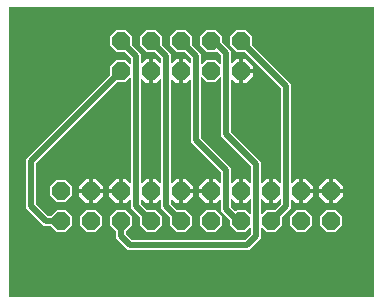
<source format=gbr>
G04 EAGLE Gerber RS-274X export*
G75*
%MOMM*%
%FSLAX34Y34*%
%LPD*%
%INBottom Copper*%
%IPPOS*%
%AMOC8*
5,1,8,0,0,1.08239X$1,22.5*%
G01*
%ADD10P,1.649562X8X202.500000*%
%ADD11C,0.508000*%

G36*
X302280Y-758D02*
X302280Y-758D01*
X302299Y-760D01*
X302401Y-738D01*
X302503Y-722D01*
X302520Y-712D01*
X302540Y-708D01*
X302629Y-655D01*
X302720Y-606D01*
X302734Y-592D01*
X302751Y-582D01*
X302818Y-503D01*
X302890Y-428D01*
X302898Y-410D01*
X302911Y-395D01*
X302950Y-299D01*
X302993Y-205D01*
X302995Y-185D01*
X303003Y-167D01*
X303021Y0D01*
X303021Y243840D01*
X303018Y243860D01*
X303020Y243879D01*
X302998Y243981D01*
X302982Y244083D01*
X302972Y244100D01*
X302968Y244120D01*
X302915Y244209D01*
X302866Y244300D01*
X302852Y244314D01*
X302842Y244331D01*
X302763Y244398D01*
X302688Y244470D01*
X302670Y244478D01*
X302655Y244491D01*
X302559Y244530D01*
X302465Y244573D01*
X302445Y244575D01*
X302427Y244583D01*
X302260Y244601D01*
X-5080Y244601D01*
X-5100Y244598D01*
X-5119Y244600D01*
X-5221Y244578D01*
X-5323Y244562D01*
X-5340Y244552D01*
X-5360Y244548D01*
X-5449Y244495D01*
X-5540Y244446D01*
X-5554Y244432D01*
X-5571Y244422D01*
X-5638Y244343D01*
X-5710Y244268D01*
X-5718Y244250D01*
X-5731Y244235D01*
X-5770Y244139D01*
X-5813Y244045D01*
X-5815Y244025D01*
X-5823Y244007D01*
X-5841Y243840D01*
X-5841Y0D01*
X-5838Y-20D01*
X-5840Y-39D01*
X-5818Y-141D01*
X-5802Y-243D01*
X-5792Y-260D01*
X-5788Y-280D01*
X-5735Y-369D01*
X-5686Y-460D01*
X-5672Y-474D01*
X-5662Y-491D01*
X-5583Y-558D01*
X-5508Y-630D01*
X-5490Y-638D01*
X-5475Y-651D01*
X-5379Y-690D01*
X-5285Y-733D01*
X-5265Y-735D01*
X-5247Y-743D01*
X-5080Y-761D01*
X302260Y-761D01*
X302280Y-758D01*
G37*
%LPC*%
G36*
X94836Y39115D02*
X94836Y39115D01*
X84835Y49116D01*
X84835Y54317D01*
X84821Y54407D01*
X84813Y54498D01*
X84801Y54528D01*
X84796Y54560D01*
X84753Y54640D01*
X84717Y54724D01*
X84691Y54756D01*
X84680Y54777D01*
X84657Y54799D01*
X84612Y54855D01*
X79755Y59712D01*
X79755Y67288D01*
X85112Y72645D01*
X92688Y72645D01*
X98045Y67288D01*
X98045Y59712D01*
X93188Y54855D01*
X93135Y54781D01*
X93075Y54712D01*
X93063Y54682D01*
X93044Y54655D01*
X93017Y54568D01*
X92983Y54484D01*
X92979Y54443D01*
X92972Y54420D01*
X92973Y54388D01*
X92965Y54317D01*
X92965Y52799D01*
X92979Y52709D01*
X92987Y52618D01*
X92999Y52588D01*
X93004Y52556D01*
X93047Y52476D01*
X93083Y52392D01*
X93109Y52360D01*
X93120Y52339D01*
X93143Y52317D01*
X93188Y52261D01*
X97981Y47468D01*
X98055Y47415D01*
X98124Y47355D01*
X98154Y47343D01*
X98180Y47324D01*
X98267Y47297D01*
X98352Y47263D01*
X98393Y47259D01*
X98416Y47252D01*
X98448Y47253D01*
X98519Y47245D01*
X193581Y47245D01*
X193671Y47259D01*
X193762Y47267D01*
X193792Y47279D01*
X193824Y47284D01*
X193904Y47327D01*
X193988Y47363D01*
X194020Y47389D01*
X194041Y47400D01*
X194063Y47423D01*
X194119Y47468D01*
X198912Y52261D01*
X198965Y52335D01*
X199025Y52404D01*
X199037Y52434D01*
X199056Y52460D01*
X199083Y52547D01*
X199117Y52632D01*
X199121Y52673D01*
X199128Y52696D01*
X199127Y52728D01*
X199135Y52799D01*
X199135Y57365D01*
X199124Y57436D01*
X199122Y57507D01*
X199104Y57556D01*
X199096Y57608D01*
X199062Y57671D01*
X199037Y57738D01*
X199005Y57779D01*
X198980Y57825D01*
X198928Y57874D01*
X198884Y57930D01*
X198840Y57959D01*
X198802Y57994D01*
X198737Y58025D01*
X198677Y58063D01*
X198626Y58076D01*
X198579Y58098D01*
X198508Y58106D01*
X198438Y58123D01*
X198386Y58119D01*
X198335Y58125D01*
X198264Y58110D01*
X198193Y58104D01*
X198145Y58084D01*
X198094Y58073D01*
X198033Y58036D01*
X197967Y58008D01*
X197911Y57963D01*
X197883Y57947D01*
X197868Y57929D01*
X197836Y57903D01*
X194288Y54355D01*
X186712Y54355D01*
X181355Y59712D01*
X181355Y64041D01*
X181341Y64131D01*
X181333Y64222D01*
X181321Y64252D01*
X181316Y64284D01*
X181273Y64364D01*
X181237Y64448D01*
X181211Y64480D01*
X181200Y64501D01*
X181177Y64523D01*
X181132Y64579D01*
X173735Y71976D01*
X173735Y81328D01*
X173724Y81399D01*
X173722Y81470D01*
X173704Y81519D01*
X173696Y81571D01*
X173662Y81634D01*
X173637Y81701D01*
X173605Y81742D01*
X173580Y81788D01*
X173528Y81838D01*
X173484Y81894D01*
X173440Y81922D01*
X173402Y81958D01*
X173337Y81988D01*
X173277Y82027D01*
X173226Y82039D01*
X173179Y82061D01*
X173108Y82069D01*
X173038Y82087D01*
X172986Y82083D01*
X172935Y82088D01*
X172864Y82073D01*
X172793Y82067D01*
X172745Y82047D01*
X172694Y82036D01*
X172633Y81999D01*
X172567Y81971D01*
X172511Y81926D01*
X172483Y81910D01*
X172468Y81892D01*
X172436Y81866D01*
X169309Y78739D01*
X166623Y78739D01*
X166623Y88138D01*
X166620Y88158D01*
X166622Y88177D01*
X166600Y88279D01*
X166583Y88381D01*
X166574Y88398D01*
X166570Y88418D01*
X166517Y88507D01*
X166468Y88598D01*
X166454Y88612D01*
X166444Y88629D01*
X166365Y88696D01*
X166290Y88767D01*
X166272Y88776D01*
X166257Y88789D01*
X166161Y88827D01*
X166067Y88871D01*
X166047Y88873D01*
X166029Y88881D01*
X165862Y88899D01*
X165099Y88899D01*
X165099Y88901D01*
X165862Y88901D01*
X165882Y88904D01*
X165901Y88902D01*
X166003Y88924D01*
X166105Y88941D01*
X166122Y88950D01*
X166142Y88954D01*
X166231Y89007D01*
X166322Y89056D01*
X166336Y89070D01*
X166353Y89080D01*
X166420Y89159D01*
X166491Y89234D01*
X166500Y89252D01*
X166513Y89267D01*
X166552Y89363D01*
X166595Y89457D01*
X166597Y89477D01*
X166605Y89495D01*
X166623Y89662D01*
X166623Y99061D01*
X169309Y99061D01*
X172436Y95934D01*
X172494Y95892D01*
X172546Y95842D01*
X172593Y95821D01*
X172635Y95790D01*
X172704Y95769D01*
X172769Y95739D01*
X172821Y95733D01*
X172871Y95718D01*
X172942Y95720D01*
X173013Y95712D01*
X173064Y95723D01*
X173116Y95724D01*
X173184Y95749D01*
X173254Y95764D01*
X173299Y95791D01*
X173347Y95809D01*
X173403Y95853D01*
X173465Y95890D01*
X173499Y95930D01*
X173539Y95962D01*
X173578Y96023D01*
X173625Y96077D01*
X173644Y96125D01*
X173672Y96169D01*
X173690Y96239D01*
X173717Y96305D01*
X173725Y96377D01*
X173733Y96408D01*
X173731Y96431D01*
X173735Y96472D01*
X173735Y104681D01*
X173721Y104771D01*
X173713Y104862D01*
X173701Y104892D01*
X173696Y104924D01*
X173653Y105004D01*
X173617Y105088D01*
X173591Y105120D01*
X173580Y105141D01*
X173557Y105163D01*
X173512Y105219D01*
X148335Y130396D01*
X148335Y182928D01*
X148324Y182999D01*
X148322Y183070D01*
X148304Y183119D01*
X148296Y183171D01*
X148262Y183234D01*
X148237Y183301D01*
X148205Y183342D01*
X148180Y183388D01*
X148128Y183438D01*
X148084Y183494D01*
X148040Y183522D01*
X148002Y183558D01*
X147937Y183588D01*
X147877Y183627D01*
X147826Y183639D01*
X147779Y183661D01*
X147708Y183669D01*
X147638Y183687D01*
X147586Y183683D01*
X147535Y183688D01*
X147464Y183673D01*
X147393Y183667D01*
X147345Y183647D01*
X147294Y183636D01*
X147233Y183599D01*
X147167Y183571D01*
X147111Y183526D01*
X147083Y183510D01*
X147068Y183492D01*
X147036Y183466D01*
X143909Y180339D01*
X141223Y180339D01*
X141223Y189738D01*
X141220Y189758D01*
X141222Y189777D01*
X141200Y189879D01*
X141183Y189981D01*
X141174Y189998D01*
X141170Y190018D01*
X141117Y190107D01*
X141068Y190198D01*
X141054Y190212D01*
X141044Y190229D01*
X140965Y190296D01*
X140890Y190367D01*
X140872Y190376D01*
X140857Y190389D01*
X140761Y190427D01*
X140667Y190471D01*
X140647Y190473D01*
X140629Y190481D01*
X140462Y190499D01*
X138938Y190499D01*
X138918Y190496D01*
X138899Y190498D01*
X138797Y190476D01*
X138695Y190459D01*
X138678Y190450D01*
X138658Y190446D01*
X138569Y190393D01*
X138478Y190344D01*
X138464Y190330D01*
X138447Y190320D01*
X138380Y190241D01*
X138309Y190166D01*
X138300Y190148D01*
X138287Y190133D01*
X138248Y190037D01*
X138205Y189943D01*
X138203Y189923D01*
X138195Y189905D01*
X138177Y189738D01*
X138177Y180339D01*
X135491Y180339D01*
X132364Y183466D01*
X132306Y183508D01*
X132254Y183558D01*
X132207Y183579D01*
X132165Y183610D01*
X132096Y183631D01*
X132031Y183661D01*
X131979Y183667D01*
X131929Y183682D01*
X131858Y183680D01*
X131787Y183688D01*
X131736Y183677D01*
X131684Y183676D01*
X131616Y183651D01*
X131546Y183636D01*
X131501Y183609D01*
X131453Y183591D01*
X131397Y183547D01*
X131335Y183510D01*
X131301Y183470D01*
X131261Y183438D01*
X131222Y183377D01*
X131175Y183323D01*
X131156Y183275D01*
X131128Y183231D01*
X131110Y183161D01*
X131083Y183095D01*
X131075Y183023D01*
X131067Y182992D01*
X131069Y182969D01*
X131065Y182928D01*
X131065Y96472D01*
X131076Y96401D01*
X131078Y96330D01*
X131096Y96281D01*
X131104Y96229D01*
X131138Y96166D01*
X131163Y96099D01*
X131195Y96058D01*
X131220Y96012D01*
X131272Y95962D01*
X131316Y95906D01*
X131360Y95878D01*
X131398Y95842D01*
X131463Y95812D01*
X131523Y95773D01*
X131574Y95761D01*
X131621Y95739D01*
X131692Y95731D01*
X131762Y95713D01*
X131814Y95717D01*
X131865Y95712D01*
X131936Y95727D01*
X132007Y95733D01*
X132055Y95753D01*
X132106Y95764D01*
X132167Y95801D01*
X132233Y95829D01*
X132289Y95874D01*
X132317Y95890D01*
X132332Y95908D01*
X132364Y95934D01*
X135491Y99061D01*
X138177Y99061D01*
X138177Y89662D01*
X138180Y89642D01*
X138178Y89623D01*
X138200Y89521D01*
X138217Y89419D01*
X138226Y89402D01*
X138230Y89382D01*
X138283Y89293D01*
X138332Y89202D01*
X138346Y89188D01*
X138356Y89171D01*
X138435Y89104D01*
X138510Y89033D01*
X138528Y89024D01*
X138543Y89011D01*
X138639Y88973D01*
X138733Y88929D01*
X138753Y88927D01*
X138771Y88919D01*
X138938Y88901D01*
X139701Y88901D01*
X139701Y88899D01*
X138938Y88899D01*
X138918Y88896D01*
X138899Y88898D01*
X138797Y88876D01*
X138695Y88859D01*
X138678Y88850D01*
X138658Y88846D01*
X138569Y88793D01*
X138478Y88744D01*
X138464Y88730D01*
X138447Y88720D01*
X138380Y88641D01*
X138309Y88566D01*
X138300Y88548D01*
X138287Y88533D01*
X138248Y88437D01*
X138205Y88343D01*
X138203Y88323D01*
X138195Y88305D01*
X138177Y88138D01*
X138177Y78739D01*
X135491Y78739D01*
X132364Y81866D01*
X132306Y81908D01*
X132254Y81958D01*
X132207Y81979D01*
X132165Y82010D01*
X132096Y82031D01*
X132031Y82061D01*
X131979Y82067D01*
X131929Y82082D01*
X131858Y82080D01*
X131787Y82088D01*
X131736Y82077D01*
X131684Y82076D01*
X131616Y82051D01*
X131546Y82036D01*
X131501Y82009D01*
X131453Y81991D01*
X131397Y81947D01*
X131335Y81910D01*
X131301Y81870D01*
X131261Y81838D01*
X131222Y81777D01*
X131175Y81723D01*
X131156Y81675D01*
X131128Y81631D01*
X131110Y81561D01*
X131083Y81495D01*
X131075Y81423D01*
X131067Y81392D01*
X131069Y81369D01*
X131065Y81328D01*
X131065Y78199D01*
X131079Y78109D01*
X131087Y78018D01*
X131099Y77988D01*
X131104Y77956D01*
X131147Y77876D01*
X131183Y77792D01*
X131209Y77760D01*
X131220Y77739D01*
X131243Y77717D01*
X131288Y77661D01*
X136081Y72868D01*
X136155Y72815D01*
X136224Y72755D01*
X136254Y72743D01*
X136280Y72724D01*
X136367Y72697D01*
X136452Y72663D01*
X136493Y72659D01*
X136516Y72652D01*
X136548Y72653D01*
X136619Y72645D01*
X143488Y72645D01*
X148845Y67288D01*
X148845Y59712D01*
X143488Y54355D01*
X135912Y54355D01*
X130555Y59712D01*
X130555Y66581D01*
X130541Y66671D01*
X130533Y66762D01*
X130521Y66792D01*
X130516Y66824D01*
X130473Y66904D01*
X130437Y66988D01*
X130411Y67020D01*
X130400Y67041D01*
X130377Y67063D01*
X130332Y67119D01*
X122935Y74516D01*
X122935Y81328D01*
X122924Y81399D01*
X122922Y81470D01*
X122904Y81519D01*
X122896Y81571D01*
X122862Y81634D01*
X122837Y81701D01*
X122805Y81742D01*
X122780Y81788D01*
X122728Y81838D01*
X122684Y81894D01*
X122640Y81922D01*
X122602Y81958D01*
X122537Y81988D01*
X122477Y82027D01*
X122426Y82039D01*
X122379Y82061D01*
X122308Y82069D01*
X122238Y82087D01*
X122186Y82083D01*
X122135Y82088D01*
X122064Y82073D01*
X121993Y82067D01*
X121945Y82047D01*
X121894Y82036D01*
X121833Y81999D01*
X121767Y81971D01*
X121711Y81926D01*
X121683Y81910D01*
X121668Y81892D01*
X121636Y81866D01*
X118509Y78739D01*
X115823Y78739D01*
X115823Y88138D01*
X115820Y88158D01*
X115822Y88177D01*
X115800Y88279D01*
X115783Y88381D01*
X115774Y88398D01*
X115770Y88418D01*
X115717Y88507D01*
X115668Y88598D01*
X115654Y88612D01*
X115644Y88629D01*
X115565Y88696D01*
X115490Y88767D01*
X115472Y88776D01*
X115457Y88789D01*
X115361Y88827D01*
X115267Y88871D01*
X115247Y88873D01*
X115229Y88881D01*
X115062Y88899D01*
X113538Y88899D01*
X113518Y88896D01*
X113499Y88898D01*
X113397Y88876D01*
X113295Y88859D01*
X113278Y88850D01*
X113258Y88846D01*
X113169Y88793D01*
X113078Y88744D01*
X113064Y88730D01*
X113047Y88720D01*
X112980Y88641D01*
X112909Y88566D01*
X112900Y88548D01*
X112887Y88533D01*
X112848Y88437D01*
X112805Y88343D01*
X112803Y88323D01*
X112795Y88305D01*
X112777Y88138D01*
X112777Y78739D01*
X110091Y78739D01*
X106964Y81866D01*
X106906Y81908D01*
X106854Y81958D01*
X106807Y81979D01*
X106765Y82010D01*
X106696Y82031D01*
X106631Y82061D01*
X106579Y82067D01*
X106529Y82082D01*
X106458Y82080D01*
X106387Y82088D01*
X106336Y82077D01*
X106284Y82076D01*
X106216Y82051D01*
X106146Y82036D01*
X106101Y82009D01*
X106053Y81991D01*
X105997Y81947D01*
X105935Y81910D01*
X105901Y81870D01*
X105861Y81838D01*
X105822Y81777D01*
X105775Y81723D01*
X105756Y81675D01*
X105728Y81631D01*
X105710Y81561D01*
X105683Y81495D01*
X105675Y81423D01*
X105667Y81392D01*
X105669Y81369D01*
X105665Y81328D01*
X105665Y78199D01*
X105679Y78109D01*
X105687Y78018D01*
X105699Y77988D01*
X105704Y77956D01*
X105747Y77876D01*
X105783Y77792D01*
X105809Y77760D01*
X105820Y77739D01*
X105843Y77717D01*
X105888Y77661D01*
X110681Y72868D01*
X110755Y72815D01*
X110824Y72755D01*
X110854Y72743D01*
X110880Y72724D01*
X110967Y72697D01*
X111052Y72663D01*
X111093Y72659D01*
X111115Y72652D01*
X111148Y72653D01*
X111219Y72645D01*
X118088Y72645D01*
X123445Y67288D01*
X123445Y59712D01*
X118088Y54355D01*
X110512Y54355D01*
X105155Y59712D01*
X105155Y66581D01*
X105141Y66671D01*
X105133Y66762D01*
X105121Y66792D01*
X105116Y66824D01*
X105073Y66904D01*
X105037Y66988D01*
X105011Y67020D01*
X105000Y67041D01*
X104977Y67063D01*
X104932Y67119D01*
X100139Y71912D01*
X97535Y74516D01*
X97535Y81328D01*
X97524Y81399D01*
X97522Y81470D01*
X97504Y81519D01*
X97496Y81571D01*
X97462Y81634D01*
X97437Y81701D01*
X97405Y81742D01*
X97380Y81788D01*
X97328Y81838D01*
X97284Y81894D01*
X97240Y81922D01*
X97202Y81958D01*
X97137Y81988D01*
X97077Y82027D01*
X97026Y82039D01*
X96979Y82061D01*
X96908Y82069D01*
X96838Y82087D01*
X96786Y82083D01*
X96735Y82088D01*
X96664Y82073D01*
X96593Y82067D01*
X96545Y82047D01*
X96494Y82036D01*
X96433Y81999D01*
X96367Y81971D01*
X96311Y81926D01*
X96283Y81910D01*
X96268Y81892D01*
X96236Y81866D01*
X93109Y78739D01*
X90423Y78739D01*
X90423Y88138D01*
X90420Y88158D01*
X90422Y88177D01*
X90400Y88279D01*
X90383Y88381D01*
X90374Y88398D01*
X90370Y88418D01*
X90317Y88507D01*
X90268Y88598D01*
X90254Y88612D01*
X90244Y88629D01*
X90165Y88696D01*
X90090Y88767D01*
X90072Y88776D01*
X90057Y88789D01*
X89961Y88827D01*
X89867Y88871D01*
X89847Y88873D01*
X89829Y88881D01*
X89662Y88899D01*
X88899Y88899D01*
X88899Y88901D01*
X89662Y88901D01*
X89682Y88904D01*
X89701Y88902D01*
X89803Y88924D01*
X89905Y88941D01*
X89922Y88950D01*
X89942Y88954D01*
X90031Y89007D01*
X90122Y89056D01*
X90136Y89070D01*
X90153Y89080D01*
X90220Y89159D01*
X90291Y89234D01*
X90300Y89252D01*
X90313Y89267D01*
X90352Y89363D01*
X90395Y89457D01*
X90397Y89477D01*
X90405Y89495D01*
X90423Y89662D01*
X90423Y99061D01*
X93109Y99061D01*
X96236Y95934D01*
X96294Y95892D01*
X96346Y95842D01*
X96393Y95821D01*
X96435Y95790D01*
X96504Y95769D01*
X96569Y95739D01*
X96621Y95733D01*
X96671Y95718D01*
X96742Y95720D01*
X96813Y95712D01*
X96864Y95723D01*
X96916Y95724D01*
X96984Y95749D01*
X97054Y95764D01*
X97099Y95791D01*
X97147Y95809D01*
X97203Y95853D01*
X97265Y95890D01*
X97299Y95930D01*
X97339Y95962D01*
X97378Y96023D01*
X97425Y96077D01*
X97444Y96125D01*
X97472Y96169D01*
X97490Y96239D01*
X97517Y96305D01*
X97525Y96377D01*
X97533Y96408D01*
X97531Y96431D01*
X97535Y96472D01*
X97535Y184365D01*
X97524Y184436D01*
X97522Y184507D01*
X97504Y184556D01*
X97496Y184608D01*
X97462Y184671D01*
X97437Y184738D01*
X97405Y184779D01*
X97380Y184825D01*
X97328Y184874D01*
X97284Y184930D01*
X97240Y184959D01*
X97202Y184994D01*
X97137Y185025D01*
X97077Y185063D01*
X97026Y185076D01*
X96979Y185098D01*
X96908Y185106D01*
X96838Y185123D01*
X96786Y185119D01*
X96735Y185125D01*
X96664Y185110D01*
X96593Y185104D01*
X96545Y185084D01*
X96494Y185073D01*
X96433Y185036D01*
X96367Y185008D01*
X96311Y184963D01*
X96283Y184947D01*
X96268Y184929D01*
X96236Y184903D01*
X92688Y181355D01*
X85819Y181355D01*
X85729Y181341D01*
X85638Y181333D01*
X85608Y181321D01*
X85576Y181316D01*
X85496Y181273D01*
X85412Y181237D01*
X85380Y181211D01*
X85359Y181200D01*
X85337Y181177D01*
X85281Y181132D01*
X16988Y112839D01*
X16935Y112765D01*
X16875Y112696D01*
X16863Y112666D01*
X16844Y112640D01*
X16817Y112553D01*
X16783Y112468D01*
X16779Y112427D01*
X16772Y112404D01*
X16773Y112372D01*
X16765Y112301D01*
X16765Y78199D01*
X16779Y78109D01*
X16787Y78018D01*
X16799Y77988D01*
X16804Y77956D01*
X16847Y77876D01*
X16883Y77792D01*
X16909Y77760D01*
X16920Y77739D01*
X16943Y77717D01*
X16988Y77661D01*
X26861Y67788D01*
X26935Y67735D01*
X27004Y67675D01*
X27034Y67663D01*
X27060Y67644D01*
X27147Y67617D01*
X27232Y67583D01*
X27273Y67579D01*
X27296Y67572D01*
X27328Y67573D01*
X27399Y67565D01*
X28917Y67565D01*
X29007Y67579D01*
X29098Y67587D01*
X29128Y67599D01*
X29160Y67604D01*
X29240Y67647D01*
X29324Y67683D01*
X29356Y67709D01*
X29377Y67720D01*
X29399Y67743D01*
X29455Y67788D01*
X34312Y72645D01*
X41888Y72645D01*
X47245Y67288D01*
X47245Y59712D01*
X41888Y54355D01*
X34312Y54355D01*
X29455Y59212D01*
X29381Y59265D01*
X29312Y59325D01*
X29282Y59337D01*
X29255Y59356D01*
X29168Y59383D01*
X29084Y59417D01*
X29043Y59421D01*
X29020Y59428D01*
X28988Y59427D01*
X28917Y59435D01*
X23716Y59435D01*
X8635Y74516D01*
X8635Y115984D01*
X11239Y118588D01*
X79532Y186881D01*
X79585Y186955D01*
X79645Y187024D01*
X79657Y187054D01*
X79676Y187080D01*
X79703Y187167D01*
X79737Y187252D01*
X79741Y187293D01*
X79748Y187315D01*
X79747Y187348D01*
X79755Y187419D01*
X79755Y194288D01*
X85112Y199645D01*
X92688Y199645D01*
X96236Y196097D01*
X96294Y196055D01*
X96346Y196006D01*
X96393Y195984D01*
X96435Y195953D01*
X96504Y195932D01*
X96569Y195902D01*
X96621Y195896D01*
X96671Y195881D01*
X96742Y195883D01*
X96813Y195875D01*
X96864Y195886D01*
X96916Y195887D01*
X96984Y195912D01*
X97054Y195927D01*
X97099Y195954D01*
X97147Y195972D01*
X97203Y196017D01*
X97265Y196053D01*
X97299Y196093D01*
X97339Y196125D01*
X97378Y196186D01*
X97425Y196240D01*
X97444Y196289D01*
X97472Y196332D01*
X97490Y196402D01*
X97517Y196468D01*
X97525Y196540D01*
X97533Y196571D01*
X97531Y196594D01*
X97535Y196635D01*
X97535Y201201D01*
X97521Y201291D01*
X97513Y201382D01*
X97501Y201412D01*
X97496Y201444D01*
X97453Y201524D01*
X97417Y201608D01*
X97391Y201640D01*
X97380Y201661D01*
X97357Y201683D01*
X97312Y201739D01*
X92519Y206532D01*
X92445Y206585D01*
X92376Y206645D01*
X92346Y206657D01*
X92320Y206676D01*
X92233Y206703D01*
X92148Y206737D01*
X92107Y206741D01*
X92084Y206748D01*
X92052Y206747D01*
X91981Y206755D01*
X85112Y206755D01*
X79755Y212112D01*
X79755Y219688D01*
X85112Y225045D01*
X92688Y225045D01*
X98045Y219688D01*
X98045Y212819D01*
X98059Y212729D01*
X98067Y212638D01*
X98079Y212608D01*
X98084Y212576D01*
X98127Y212496D01*
X98163Y212412D01*
X98189Y212380D01*
X98200Y212359D01*
X98223Y212337D01*
X98268Y212281D01*
X105665Y204884D01*
X105665Y198072D01*
X105676Y198001D01*
X105678Y197930D01*
X105696Y197881D01*
X105704Y197829D01*
X105738Y197766D01*
X105763Y197699D01*
X105795Y197658D01*
X105820Y197612D01*
X105872Y197562D01*
X105916Y197506D01*
X105960Y197478D01*
X105998Y197442D01*
X106063Y197412D01*
X106123Y197373D01*
X106174Y197361D01*
X106221Y197339D01*
X106292Y197331D01*
X106362Y197313D01*
X106414Y197317D01*
X106465Y197312D01*
X106536Y197327D01*
X106607Y197333D01*
X106655Y197353D01*
X106706Y197364D01*
X106767Y197401D01*
X106833Y197429D01*
X106889Y197474D01*
X106917Y197490D01*
X106932Y197508D01*
X106964Y197534D01*
X110091Y200661D01*
X112777Y200661D01*
X112777Y191262D01*
X112780Y191242D01*
X112778Y191223D01*
X112800Y191121D01*
X112817Y191019D01*
X112826Y191002D01*
X112830Y190982D01*
X112883Y190893D01*
X112932Y190802D01*
X112946Y190788D01*
X112956Y190771D01*
X113035Y190704D01*
X113110Y190633D01*
X113128Y190624D01*
X113143Y190611D01*
X113239Y190573D01*
X113333Y190529D01*
X113353Y190527D01*
X113371Y190519D01*
X113538Y190501D01*
X115062Y190501D01*
X115082Y190504D01*
X115101Y190502D01*
X115203Y190524D01*
X115305Y190541D01*
X115322Y190550D01*
X115342Y190554D01*
X115431Y190607D01*
X115522Y190656D01*
X115536Y190670D01*
X115553Y190680D01*
X115620Y190759D01*
X115691Y190834D01*
X115700Y190852D01*
X115713Y190867D01*
X115752Y190963D01*
X115795Y191057D01*
X115797Y191077D01*
X115805Y191095D01*
X115823Y191262D01*
X115823Y200661D01*
X118509Y200661D01*
X121636Y197534D01*
X121694Y197492D01*
X121746Y197442D01*
X121793Y197421D01*
X121835Y197390D01*
X121904Y197369D01*
X121969Y197339D01*
X122021Y197333D01*
X122071Y197318D01*
X122142Y197320D01*
X122213Y197312D01*
X122264Y197323D01*
X122316Y197324D01*
X122384Y197349D01*
X122454Y197364D01*
X122499Y197391D01*
X122547Y197409D01*
X122603Y197453D01*
X122665Y197490D01*
X122699Y197530D01*
X122739Y197562D01*
X122778Y197623D01*
X122825Y197677D01*
X122844Y197725D01*
X122872Y197769D01*
X122890Y197839D01*
X122917Y197905D01*
X122925Y197977D01*
X122933Y198008D01*
X122931Y198031D01*
X122935Y198072D01*
X122935Y201201D01*
X122921Y201291D01*
X122913Y201382D01*
X122901Y201412D01*
X122896Y201444D01*
X122853Y201524D01*
X122817Y201608D01*
X122791Y201640D01*
X122780Y201661D01*
X122757Y201683D01*
X122712Y201739D01*
X117919Y206532D01*
X117845Y206585D01*
X117776Y206645D01*
X117746Y206657D01*
X117720Y206676D01*
X117633Y206703D01*
X117548Y206737D01*
X117507Y206741D01*
X117484Y206748D01*
X117452Y206747D01*
X117381Y206755D01*
X110512Y206755D01*
X105155Y212112D01*
X105155Y219688D01*
X110512Y225045D01*
X118088Y225045D01*
X123445Y219688D01*
X123445Y212819D01*
X123459Y212729D01*
X123467Y212638D01*
X123479Y212608D01*
X123484Y212576D01*
X123527Y212496D01*
X123563Y212412D01*
X123589Y212380D01*
X123600Y212359D01*
X123623Y212337D01*
X123668Y212281D01*
X131065Y204884D01*
X131065Y198072D01*
X131076Y198001D01*
X131078Y197930D01*
X131096Y197881D01*
X131104Y197829D01*
X131138Y197766D01*
X131163Y197699D01*
X131195Y197658D01*
X131220Y197612D01*
X131272Y197562D01*
X131316Y197506D01*
X131360Y197478D01*
X131398Y197442D01*
X131463Y197412D01*
X131523Y197373D01*
X131574Y197361D01*
X131621Y197339D01*
X131692Y197331D01*
X131762Y197313D01*
X131814Y197317D01*
X131865Y197312D01*
X131936Y197327D01*
X132007Y197333D01*
X132055Y197353D01*
X132106Y197364D01*
X132167Y197401D01*
X132233Y197429D01*
X132289Y197474D01*
X132317Y197490D01*
X132332Y197508D01*
X132364Y197534D01*
X135491Y200661D01*
X138177Y200661D01*
X138177Y191262D01*
X138180Y191242D01*
X138178Y191223D01*
X138200Y191121D01*
X138217Y191019D01*
X138226Y191002D01*
X138230Y190982D01*
X138283Y190893D01*
X138332Y190802D01*
X138346Y190788D01*
X138356Y190771D01*
X138435Y190704D01*
X138510Y190633D01*
X138528Y190624D01*
X138543Y190611D01*
X138639Y190573D01*
X138733Y190529D01*
X138753Y190527D01*
X138771Y190519D01*
X138938Y190501D01*
X140462Y190501D01*
X140482Y190504D01*
X140501Y190502D01*
X140603Y190524D01*
X140705Y190541D01*
X140722Y190550D01*
X140742Y190554D01*
X140831Y190607D01*
X140922Y190656D01*
X140936Y190670D01*
X140953Y190680D01*
X141020Y190759D01*
X141091Y190834D01*
X141100Y190852D01*
X141113Y190867D01*
X141152Y190963D01*
X141195Y191057D01*
X141197Y191077D01*
X141205Y191095D01*
X141223Y191262D01*
X141223Y200661D01*
X143909Y200661D01*
X147036Y197534D01*
X147094Y197492D01*
X147146Y197442D01*
X147193Y197421D01*
X147235Y197390D01*
X147304Y197369D01*
X147369Y197339D01*
X147421Y197333D01*
X147471Y197318D01*
X147542Y197320D01*
X147613Y197312D01*
X147664Y197323D01*
X147716Y197324D01*
X147784Y197349D01*
X147854Y197364D01*
X147899Y197391D01*
X147947Y197409D01*
X148003Y197453D01*
X148065Y197490D01*
X148099Y197530D01*
X148139Y197562D01*
X148178Y197623D01*
X148225Y197677D01*
X148244Y197725D01*
X148272Y197769D01*
X148290Y197839D01*
X148317Y197905D01*
X148325Y197977D01*
X148333Y198008D01*
X148331Y198031D01*
X148335Y198072D01*
X148335Y201201D01*
X148321Y201291D01*
X148313Y201382D01*
X148301Y201412D01*
X148296Y201444D01*
X148253Y201524D01*
X148217Y201608D01*
X148191Y201640D01*
X148180Y201661D01*
X148157Y201683D01*
X148112Y201739D01*
X143319Y206532D01*
X143245Y206585D01*
X143176Y206645D01*
X143146Y206657D01*
X143120Y206676D01*
X143033Y206703D01*
X142948Y206737D01*
X142907Y206741D01*
X142884Y206748D01*
X142852Y206747D01*
X142781Y206755D01*
X135912Y206755D01*
X130555Y212112D01*
X130555Y219688D01*
X135912Y225045D01*
X143488Y225045D01*
X148845Y219688D01*
X148845Y212819D01*
X148859Y212729D01*
X148867Y212638D01*
X148879Y212608D01*
X148884Y212576D01*
X148927Y212496D01*
X148963Y212412D01*
X148989Y212380D01*
X149000Y212359D01*
X149023Y212337D01*
X149068Y212281D01*
X156465Y204884D01*
X156465Y196635D01*
X156476Y196564D01*
X156478Y196493D01*
X156496Y196444D01*
X156504Y196392D01*
X156538Y196329D01*
X156563Y196262D01*
X156595Y196221D01*
X156620Y196175D01*
X156672Y196126D01*
X156716Y196070D01*
X156760Y196041D01*
X156798Y196006D01*
X156863Y195975D01*
X156923Y195937D01*
X156974Y195924D01*
X157021Y195902D01*
X157092Y195894D01*
X157162Y195877D01*
X157214Y195881D01*
X157265Y195875D01*
X157336Y195890D01*
X157407Y195896D01*
X157455Y195916D01*
X157506Y195927D01*
X157567Y195964D01*
X157633Y195992D01*
X157689Y196037D01*
X157717Y196053D01*
X157732Y196071D01*
X157764Y196097D01*
X161312Y199645D01*
X168888Y199645D01*
X172436Y196097D01*
X172494Y196055D01*
X172546Y196006D01*
X172593Y195984D01*
X172635Y195953D01*
X172704Y195932D01*
X172769Y195902D01*
X172821Y195896D01*
X172871Y195881D01*
X172942Y195883D01*
X173013Y195875D01*
X173064Y195886D01*
X173116Y195887D01*
X173184Y195912D01*
X173254Y195927D01*
X173299Y195954D01*
X173347Y195972D01*
X173403Y196017D01*
X173465Y196053D01*
X173499Y196093D01*
X173539Y196125D01*
X173578Y196186D01*
X173625Y196240D01*
X173644Y196289D01*
X173672Y196332D01*
X173690Y196402D01*
X173717Y196468D01*
X173725Y196540D01*
X173733Y196571D01*
X173731Y196594D01*
X173735Y196635D01*
X173735Y203741D01*
X173721Y203831D01*
X173713Y203922D01*
X173701Y203952D01*
X173696Y203984D01*
X173653Y204064D01*
X173617Y204148D01*
X173591Y204180D01*
X173580Y204201D01*
X173557Y204223D01*
X173512Y204279D01*
X170500Y207291D01*
X170484Y207303D01*
X170472Y207318D01*
X170384Y207375D01*
X170301Y207435D01*
X170282Y207441D01*
X170265Y207451D01*
X170164Y207477D01*
X170066Y207507D01*
X170046Y207507D01*
X170026Y207511D01*
X169923Y207503D01*
X169820Y207501D01*
X169801Y207494D01*
X169781Y207492D01*
X169686Y207452D01*
X169589Y207416D01*
X169573Y207404D01*
X169555Y207396D01*
X169424Y207291D01*
X168888Y206755D01*
X161312Y206755D01*
X155955Y212112D01*
X155955Y219688D01*
X161312Y225045D01*
X168888Y225045D01*
X174245Y219688D01*
X174245Y215359D01*
X174259Y215269D01*
X174267Y215178D01*
X174279Y215148D01*
X174284Y215116D01*
X174327Y215036D01*
X174363Y214952D01*
X174389Y214920D01*
X174400Y214899D01*
X174423Y214877D01*
X174468Y214821D01*
X181865Y207424D01*
X181865Y198072D01*
X181876Y198001D01*
X181878Y197930D01*
X181896Y197881D01*
X181904Y197829D01*
X181938Y197766D01*
X181963Y197699D01*
X181995Y197658D01*
X182020Y197612D01*
X182072Y197562D01*
X182116Y197506D01*
X182160Y197478D01*
X182198Y197442D01*
X182263Y197412D01*
X182323Y197373D01*
X182374Y197361D01*
X182421Y197339D01*
X182492Y197331D01*
X182562Y197313D01*
X182614Y197317D01*
X182665Y197312D01*
X182736Y197327D01*
X182807Y197333D01*
X182855Y197353D01*
X182906Y197364D01*
X182967Y197401D01*
X183033Y197429D01*
X183089Y197474D01*
X183117Y197490D01*
X183132Y197508D01*
X183164Y197534D01*
X186291Y200661D01*
X188977Y200661D01*
X188977Y191262D01*
X188980Y191242D01*
X188978Y191223D01*
X189000Y191121D01*
X189017Y191019D01*
X189026Y191002D01*
X189030Y190982D01*
X189083Y190893D01*
X189132Y190802D01*
X189146Y190788D01*
X189156Y190771D01*
X189235Y190704D01*
X189310Y190633D01*
X189328Y190624D01*
X189343Y190611D01*
X189439Y190573D01*
X189533Y190529D01*
X189553Y190527D01*
X189571Y190519D01*
X189738Y190501D01*
X190501Y190501D01*
X190501Y190499D01*
X189738Y190499D01*
X189718Y190496D01*
X189699Y190498D01*
X189597Y190476D01*
X189495Y190459D01*
X189478Y190450D01*
X189458Y190446D01*
X189369Y190393D01*
X189278Y190344D01*
X189264Y190330D01*
X189247Y190320D01*
X189180Y190241D01*
X189109Y190166D01*
X189100Y190148D01*
X189087Y190133D01*
X189048Y190037D01*
X189005Y189943D01*
X189003Y189923D01*
X188995Y189905D01*
X188977Y189738D01*
X188977Y180339D01*
X186291Y180339D01*
X183164Y183466D01*
X183106Y183508D01*
X183054Y183558D01*
X183007Y183579D01*
X182965Y183610D01*
X182896Y183631D01*
X182831Y183661D01*
X182779Y183667D01*
X182729Y183682D01*
X182658Y183680D01*
X182587Y183688D01*
X182536Y183677D01*
X182484Y183676D01*
X182416Y183651D01*
X182346Y183636D01*
X182301Y183609D01*
X182253Y183591D01*
X182197Y183547D01*
X182135Y183510D01*
X182101Y183470D01*
X182061Y183438D01*
X182022Y183377D01*
X181975Y183323D01*
X181956Y183275D01*
X181928Y183231D01*
X181910Y183161D01*
X181883Y183095D01*
X181875Y183023D01*
X181867Y182992D01*
X181869Y182969D01*
X181865Y182928D01*
X181865Y139159D01*
X181879Y139069D01*
X181887Y138978D01*
X181899Y138948D01*
X181904Y138916D01*
X181947Y138836D01*
X181983Y138752D01*
X182009Y138720D01*
X182020Y138699D01*
X182043Y138677D01*
X182088Y138621D01*
X207265Y113444D01*
X207265Y96472D01*
X207276Y96401D01*
X207278Y96330D01*
X207296Y96281D01*
X207304Y96229D01*
X207338Y96166D01*
X207363Y96099D01*
X207395Y96058D01*
X207420Y96012D01*
X207472Y95962D01*
X207516Y95906D01*
X207560Y95878D01*
X207598Y95842D01*
X207663Y95812D01*
X207723Y95773D01*
X207774Y95761D01*
X207821Y95739D01*
X207892Y95731D01*
X207962Y95713D01*
X208014Y95717D01*
X208065Y95712D01*
X208136Y95727D01*
X208207Y95733D01*
X208255Y95753D01*
X208306Y95764D01*
X208367Y95801D01*
X208433Y95829D01*
X208489Y95874D01*
X208517Y95890D01*
X208532Y95908D01*
X208564Y95934D01*
X211691Y99061D01*
X214377Y99061D01*
X214377Y89662D01*
X214380Y89642D01*
X214378Y89623D01*
X214400Y89521D01*
X214417Y89419D01*
X214426Y89402D01*
X214430Y89382D01*
X214483Y89293D01*
X214532Y89202D01*
X214546Y89188D01*
X214556Y89171D01*
X214635Y89104D01*
X214710Y89033D01*
X214728Y89024D01*
X214743Y89011D01*
X214839Y88973D01*
X214933Y88929D01*
X214953Y88927D01*
X214971Y88919D01*
X215138Y88901D01*
X216662Y88901D01*
X216682Y88904D01*
X216701Y88902D01*
X216803Y88924D01*
X216905Y88941D01*
X216922Y88950D01*
X216942Y88954D01*
X217031Y89007D01*
X217122Y89056D01*
X217136Y89070D01*
X217153Y89080D01*
X217220Y89159D01*
X217291Y89234D01*
X217300Y89252D01*
X217313Y89267D01*
X217352Y89363D01*
X217395Y89457D01*
X217397Y89477D01*
X217405Y89495D01*
X217423Y89662D01*
X217423Y99061D01*
X220109Y99061D01*
X223236Y95934D01*
X223294Y95892D01*
X223346Y95842D01*
X223393Y95821D01*
X223435Y95790D01*
X223504Y95769D01*
X223569Y95739D01*
X223621Y95733D01*
X223671Y95718D01*
X223742Y95720D01*
X223813Y95712D01*
X223864Y95723D01*
X223916Y95724D01*
X223984Y95749D01*
X224054Y95764D01*
X224099Y95791D01*
X224147Y95809D01*
X224203Y95853D01*
X224265Y95890D01*
X224299Y95930D01*
X224339Y95962D01*
X224378Y96023D01*
X224425Y96077D01*
X224444Y96125D01*
X224472Y96169D01*
X224490Y96239D01*
X224517Y96305D01*
X224525Y96377D01*
X224533Y96408D01*
X224531Y96431D01*
X224535Y96472D01*
X224535Y175801D01*
X224521Y175891D01*
X224513Y175982D01*
X224501Y176012D01*
X224496Y176044D01*
X224453Y176124D01*
X224417Y176208D01*
X224391Y176240D01*
X224380Y176261D01*
X224357Y176283D01*
X224312Y176339D01*
X194119Y206532D01*
X194045Y206585D01*
X193976Y206645D01*
X193946Y206657D01*
X193920Y206676D01*
X193833Y206703D01*
X193748Y206737D01*
X193707Y206741D01*
X193684Y206748D01*
X193652Y206747D01*
X193581Y206755D01*
X186712Y206755D01*
X181355Y212112D01*
X181355Y219688D01*
X186712Y225045D01*
X194288Y225045D01*
X199645Y219688D01*
X199645Y212819D01*
X199659Y212729D01*
X199667Y212638D01*
X199679Y212608D01*
X199684Y212576D01*
X199727Y212496D01*
X199763Y212412D01*
X199789Y212380D01*
X199800Y212359D01*
X199823Y212337D01*
X199868Y212281D01*
X232665Y179484D01*
X232665Y96472D01*
X232676Y96401D01*
X232678Y96330D01*
X232696Y96281D01*
X232704Y96229D01*
X232738Y96166D01*
X232763Y96099D01*
X232795Y96058D01*
X232820Y96012D01*
X232872Y95962D01*
X232916Y95906D01*
X232960Y95878D01*
X232998Y95842D01*
X233063Y95812D01*
X233123Y95773D01*
X233174Y95761D01*
X233221Y95739D01*
X233292Y95731D01*
X233362Y95713D01*
X233414Y95717D01*
X233465Y95712D01*
X233536Y95727D01*
X233607Y95733D01*
X233655Y95753D01*
X233706Y95764D01*
X233767Y95801D01*
X233833Y95829D01*
X233889Y95874D01*
X233917Y95890D01*
X233932Y95908D01*
X233964Y95934D01*
X237091Y99061D01*
X239777Y99061D01*
X239777Y89662D01*
X239780Y89642D01*
X239778Y89623D01*
X239800Y89521D01*
X239817Y89419D01*
X239826Y89402D01*
X239830Y89382D01*
X239883Y89293D01*
X239932Y89202D01*
X239946Y89188D01*
X239956Y89171D01*
X240035Y89104D01*
X240110Y89033D01*
X240128Y89024D01*
X240143Y89011D01*
X240239Y88973D01*
X240333Y88929D01*
X240353Y88927D01*
X240371Y88919D01*
X240538Y88901D01*
X241301Y88901D01*
X241301Y88899D01*
X240538Y88899D01*
X240518Y88896D01*
X240499Y88898D01*
X240397Y88876D01*
X240295Y88859D01*
X240278Y88850D01*
X240258Y88846D01*
X240169Y88793D01*
X240078Y88744D01*
X240064Y88730D01*
X240047Y88720D01*
X239980Y88641D01*
X239909Y88566D01*
X239900Y88548D01*
X239887Y88533D01*
X239848Y88437D01*
X239805Y88343D01*
X239803Y88323D01*
X239795Y88305D01*
X239777Y88138D01*
X239777Y78739D01*
X237091Y78739D01*
X233964Y81866D01*
X233906Y81908D01*
X233854Y81958D01*
X233807Y81979D01*
X233765Y82010D01*
X233696Y82031D01*
X233631Y82061D01*
X233579Y82067D01*
X233529Y82082D01*
X233458Y82080D01*
X233387Y82088D01*
X233336Y82077D01*
X233284Y82076D01*
X233216Y82051D01*
X233146Y82036D01*
X233101Y82009D01*
X233053Y81991D01*
X232997Y81947D01*
X232935Y81910D01*
X232901Y81870D01*
X232861Y81838D01*
X232822Y81777D01*
X232775Y81723D01*
X232756Y81675D01*
X232728Y81631D01*
X232710Y81561D01*
X232683Y81495D01*
X232675Y81423D01*
X232667Y81392D01*
X232669Y81369D01*
X232665Y81328D01*
X232665Y74516D01*
X225268Y67119D01*
X225215Y67045D01*
X225155Y66976D01*
X225143Y66946D01*
X225124Y66920D01*
X225097Y66833D01*
X225063Y66748D01*
X225059Y66707D01*
X225052Y66684D01*
X225053Y66652D01*
X225045Y66581D01*
X225045Y59712D01*
X219688Y54355D01*
X212112Y54355D01*
X208564Y57903D01*
X208506Y57945D01*
X208454Y57994D01*
X208407Y58016D01*
X208365Y58047D01*
X208296Y58068D01*
X208231Y58098D01*
X208179Y58104D01*
X208129Y58119D01*
X208058Y58117D01*
X207987Y58125D01*
X207936Y58114D01*
X207884Y58113D01*
X207816Y58088D01*
X207746Y58073D01*
X207701Y58046D01*
X207653Y58028D01*
X207597Y57983D01*
X207535Y57947D01*
X207501Y57907D01*
X207461Y57875D01*
X207422Y57814D01*
X207375Y57760D01*
X207356Y57711D01*
X207328Y57668D01*
X207310Y57598D01*
X207283Y57532D01*
X207275Y57460D01*
X207267Y57429D01*
X207269Y57406D01*
X207265Y57365D01*
X207265Y49116D01*
X197264Y39115D01*
X94836Y39115D01*
G37*
%LPD*%
G36*
X191282Y88904D02*
X191282Y88904D01*
X191301Y88902D01*
X191403Y88924D01*
X191505Y88941D01*
X191522Y88950D01*
X191542Y88954D01*
X191631Y89007D01*
X191722Y89056D01*
X191736Y89070D01*
X191753Y89080D01*
X191820Y89159D01*
X191891Y89234D01*
X191900Y89252D01*
X191913Y89267D01*
X191952Y89363D01*
X191995Y89457D01*
X191997Y89477D01*
X192005Y89495D01*
X192023Y89662D01*
X192023Y99061D01*
X194709Y99061D01*
X197836Y95934D01*
X197894Y95892D01*
X197946Y95842D01*
X197993Y95821D01*
X198035Y95790D01*
X198104Y95769D01*
X198169Y95739D01*
X198221Y95733D01*
X198271Y95718D01*
X198342Y95720D01*
X198413Y95712D01*
X198464Y95723D01*
X198516Y95724D01*
X198584Y95749D01*
X198654Y95764D01*
X198699Y95791D01*
X198747Y95809D01*
X198803Y95853D01*
X198865Y95890D01*
X198899Y95930D01*
X198939Y95962D01*
X198978Y96023D01*
X199025Y96077D01*
X199044Y96125D01*
X199072Y96169D01*
X199090Y96239D01*
X199117Y96305D01*
X199125Y96377D01*
X199133Y96408D01*
X199131Y96431D01*
X199135Y96472D01*
X199135Y109761D01*
X199121Y109851D01*
X199113Y109942D01*
X199101Y109972D01*
X199096Y110004D01*
X199053Y110084D01*
X199017Y110168D01*
X198991Y110200D01*
X198980Y110221D01*
X198957Y110243D01*
X198912Y110299D01*
X173735Y135476D01*
X173735Y184365D01*
X173724Y184436D01*
X173722Y184507D01*
X173704Y184556D01*
X173696Y184608D01*
X173662Y184671D01*
X173637Y184738D01*
X173605Y184779D01*
X173580Y184825D01*
X173528Y184874D01*
X173484Y184930D01*
X173440Y184959D01*
X173402Y184994D01*
X173337Y185025D01*
X173277Y185063D01*
X173226Y185076D01*
X173179Y185098D01*
X173108Y185106D01*
X173038Y185123D01*
X172986Y185119D01*
X172935Y185125D01*
X172864Y185110D01*
X172793Y185104D01*
X172745Y185084D01*
X172694Y185073D01*
X172633Y185036D01*
X172567Y185008D01*
X172511Y184963D01*
X172483Y184947D01*
X172468Y184929D01*
X172436Y184903D01*
X168888Y181355D01*
X161312Y181355D01*
X157764Y184903D01*
X157706Y184945D01*
X157654Y184994D01*
X157607Y185016D01*
X157565Y185047D01*
X157496Y185068D01*
X157431Y185098D01*
X157379Y185104D01*
X157329Y185119D01*
X157258Y185117D01*
X157187Y185125D01*
X157136Y185114D01*
X157084Y185113D01*
X157016Y185088D01*
X156946Y185073D01*
X156901Y185046D01*
X156853Y185028D01*
X156797Y184983D01*
X156735Y184947D01*
X156701Y184907D01*
X156661Y184875D01*
X156622Y184814D01*
X156575Y184760D01*
X156556Y184711D01*
X156528Y184668D01*
X156510Y184598D01*
X156483Y184532D01*
X156475Y184460D01*
X156467Y184429D01*
X156469Y184406D01*
X156465Y184365D01*
X156465Y134079D01*
X156479Y133989D01*
X156487Y133898D01*
X156499Y133868D01*
X156504Y133836D01*
X156547Y133756D01*
X156583Y133672D01*
X156609Y133640D01*
X156620Y133619D01*
X156643Y133597D01*
X156688Y133541D01*
X181865Y108364D01*
X181865Y96472D01*
X181876Y96401D01*
X181878Y96330D01*
X181896Y96281D01*
X181904Y96229D01*
X181938Y96166D01*
X181963Y96099D01*
X181995Y96058D01*
X182020Y96012D01*
X182072Y95962D01*
X182116Y95906D01*
X182160Y95878D01*
X182198Y95842D01*
X182263Y95812D01*
X182323Y95773D01*
X182374Y95761D01*
X182421Y95739D01*
X182492Y95731D01*
X182562Y95713D01*
X182614Y95717D01*
X182665Y95712D01*
X182736Y95727D01*
X182807Y95733D01*
X182855Y95753D01*
X182906Y95764D01*
X182967Y95801D01*
X183033Y95829D01*
X183089Y95874D01*
X183117Y95890D01*
X183132Y95908D01*
X183164Y95934D01*
X186291Y99061D01*
X188977Y99061D01*
X188977Y89662D01*
X188980Y89642D01*
X188978Y89623D01*
X189000Y89521D01*
X189017Y89419D01*
X189026Y89402D01*
X189030Y89382D01*
X189083Y89293D01*
X189132Y89202D01*
X189146Y89188D01*
X189156Y89171D01*
X189235Y89104D01*
X189310Y89033D01*
X189328Y89024D01*
X189343Y89011D01*
X189439Y88973D01*
X189533Y88929D01*
X189553Y88927D01*
X189571Y88919D01*
X189738Y88901D01*
X191262Y88901D01*
X191282Y88904D01*
G37*
G36*
X115082Y88904D02*
X115082Y88904D01*
X115101Y88902D01*
X115203Y88924D01*
X115305Y88941D01*
X115322Y88950D01*
X115342Y88954D01*
X115431Y89007D01*
X115522Y89056D01*
X115536Y89070D01*
X115553Y89080D01*
X115620Y89159D01*
X115691Y89234D01*
X115700Y89252D01*
X115713Y89267D01*
X115752Y89363D01*
X115795Y89457D01*
X115797Y89477D01*
X115805Y89495D01*
X115823Y89662D01*
X115823Y99061D01*
X118509Y99061D01*
X121636Y95934D01*
X121694Y95892D01*
X121746Y95842D01*
X121793Y95821D01*
X121835Y95790D01*
X121904Y95769D01*
X121969Y95739D01*
X122021Y95733D01*
X122071Y95718D01*
X122142Y95720D01*
X122213Y95712D01*
X122264Y95723D01*
X122316Y95724D01*
X122384Y95749D01*
X122454Y95764D01*
X122499Y95791D01*
X122547Y95809D01*
X122603Y95853D01*
X122665Y95890D01*
X122699Y95930D01*
X122739Y95962D01*
X122778Y96023D01*
X122825Y96077D01*
X122844Y96125D01*
X122872Y96169D01*
X122890Y96239D01*
X122917Y96305D01*
X122925Y96377D01*
X122933Y96408D01*
X122931Y96431D01*
X122935Y96472D01*
X122935Y182928D01*
X122924Y182999D01*
X122922Y183070D01*
X122904Y183119D01*
X122896Y183171D01*
X122862Y183234D01*
X122837Y183301D01*
X122805Y183342D01*
X122780Y183388D01*
X122728Y183438D01*
X122684Y183494D01*
X122640Y183522D01*
X122602Y183558D01*
X122537Y183588D01*
X122477Y183627D01*
X122426Y183639D01*
X122379Y183661D01*
X122308Y183669D01*
X122238Y183687D01*
X122186Y183683D01*
X122135Y183688D01*
X122064Y183673D01*
X121993Y183667D01*
X121945Y183647D01*
X121894Y183636D01*
X121833Y183599D01*
X121767Y183571D01*
X121711Y183526D01*
X121683Y183510D01*
X121668Y183492D01*
X121636Y183466D01*
X118509Y180339D01*
X115823Y180339D01*
X115823Y189738D01*
X115820Y189758D01*
X115822Y189777D01*
X115800Y189879D01*
X115783Y189981D01*
X115774Y189998D01*
X115770Y190018D01*
X115717Y190107D01*
X115668Y190198D01*
X115654Y190212D01*
X115644Y190229D01*
X115565Y190296D01*
X115490Y190367D01*
X115472Y190376D01*
X115457Y190389D01*
X115361Y190427D01*
X115267Y190471D01*
X115247Y190473D01*
X115229Y190481D01*
X115062Y190499D01*
X113538Y190499D01*
X113518Y190496D01*
X113499Y190498D01*
X113397Y190476D01*
X113295Y190459D01*
X113278Y190450D01*
X113258Y190446D01*
X113169Y190393D01*
X113078Y190344D01*
X113064Y190330D01*
X113047Y190320D01*
X112980Y190241D01*
X112909Y190166D01*
X112900Y190148D01*
X112887Y190133D01*
X112848Y190037D01*
X112805Y189943D01*
X112803Y189923D01*
X112795Y189905D01*
X112777Y189738D01*
X112777Y180339D01*
X110091Y180339D01*
X106964Y183466D01*
X106906Y183508D01*
X106854Y183558D01*
X106807Y183579D01*
X106765Y183610D01*
X106696Y183631D01*
X106631Y183661D01*
X106579Y183667D01*
X106529Y183682D01*
X106458Y183680D01*
X106387Y183688D01*
X106336Y183677D01*
X106284Y183676D01*
X106216Y183651D01*
X106146Y183636D01*
X106101Y183609D01*
X106053Y183591D01*
X105997Y183547D01*
X105935Y183510D01*
X105901Y183470D01*
X105861Y183438D01*
X105822Y183377D01*
X105775Y183323D01*
X105756Y183275D01*
X105728Y183231D01*
X105710Y183161D01*
X105683Y183095D01*
X105675Y183023D01*
X105667Y182992D01*
X105669Y182969D01*
X105665Y182928D01*
X105665Y96472D01*
X105676Y96401D01*
X105678Y96330D01*
X105696Y96281D01*
X105704Y96229D01*
X105738Y96166D01*
X105763Y96099D01*
X105795Y96058D01*
X105820Y96012D01*
X105872Y95962D01*
X105916Y95906D01*
X105960Y95878D01*
X105998Y95842D01*
X106063Y95812D01*
X106123Y95773D01*
X106174Y95761D01*
X106221Y95739D01*
X106292Y95731D01*
X106362Y95713D01*
X106414Y95717D01*
X106465Y95712D01*
X106536Y95727D01*
X106607Y95733D01*
X106655Y95753D01*
X106706Y95764D01*
X106767Y95801D01*
X106833Y95829D01*
X106889Y95874D01*
X106917Y95890D01*
X106932Y95908D01*
X106964Y95934D01*
X110091Y99061D01*
X112777Y99061D01*
X112777Y89662D01*
X112780Y89642D01*
X112778Y89623D01*
X112800Y89521D01*
X112817Y89419D01*
X112826Y89402D01*
X112830Y89382D01*
X112883Y89293D01*
X112932Y89202D01*
X112946Y89188D01*
X112956Y89171D01*
X113035Y89104D01*
X113110Y89033D01*
X113128Y89024D01*
X113143Y89011D01*
X113239Y88973D01*
X113333Y88929D01*
X113353Y88927D01*
X113371Y88919D01*
X113538Y88901D01*
X115062Y88901D01*
X115082Y88904D01*
G37*
%LPC*%
G36*
X34312Y79755D02*
X34312Y79755D01*
X28955Y85112D01*
X28955Y92688D01*
X34312Y98045D01*
X41888Y98045D01*
X47245Y92688D01*
X47245Y85112D01*
X41888Y79755D01*
X34312Y79755D01*
G37*
%LPD*%
%LPC*%
G36*
X262912Y54355D02*
X262912Y54355D01*
X257555Y59712D01*
X257555Y67288D01*
X262912Y72645D01*
X270488Y72645D01*
X275845Y67288D01*
X275845Y59712D01*
X270488Y54355D01*
X262912Y54355D01*
G37*
%LPD*%
%LPC*%
G36*
X237512Y54355D02*
X237512Y54355D01*
X232155Y59712D01*
X232155Y67288D01*
X237512Y72645D01*
X245088Y72645D01*
X250445Y67288D01*
X250445Y59712D01*
X245088Y54355D01*
X237512Y54355D01*
G37*
%LPD*%
%LPC*%
G36*
X161312Y54355D02*
X161312Y54355D01*
X155955Y59712D01*
X155955Y67288D01*
X161312Y72645D01*
X168888Y72645D01*
X174245Y67288D01*
X174245Y59712D01*
X168888Y54355D01*
X161312Y54355D01*
G37*
%LPD*%
%LPC*%
G36*
X59712Y54355D02*
X59712Y54355D01*
X54355Y59712D01*
X54355Y67288D01*
X59712Y72645D01*
X67288Y72645D01*
X72645Y67288D01*
X72645Y59712D01*
X67288Y54355D01*
X59712Y54355D01*
G37*
%LPD*%
G36*
X198464Y68886D02*
X198464Y68886D01*
X198516Y68887D01*
X198584Y68912D01*
X198654Y68927D01*
X198699Y68954D01*
X198747Y68972D01*
X198803Y69017D01*
X198865Y69053D01*
X198899Y69093D01*
X198939Y69125D01*
X198978Y69186D01*
X199025Y69240D01*
X199044Y69289D01*
X199072Y69332D01*
X199090Y69402D01*
X199117Y69468D01*
X199125Y69540D01*
X199133Y69571D01*
X199131Y69594D01*
X199135Y69635D01*
X199135Y81328D01*
X199124Y81399D01*
X199122Y81470D01*
X199104Y81519D01*
X199096Y81571D01*
X199062Y81634D01*
X199037Y81701D01*
X199005Y81742D01*
X198980Y81788D01*
X198928Y81838D01*
X198884Y81894D01*
X198840Y81922D01*
X198802Y81958D01*
X198737Y81988D01*
X198677Y82027D01*
X198626Y82039D01*
X198579Y82061D01*
X198508Y82069D01*
X198438Y82087D01*
X198386Y82083D01*
X198335Y82088D01*
X198264Y82073D01*
X198193Y82067D01*
X198145Y82047D01*
X198094Y82036D01*
X198033Y81999D01*
X197967Y81971D01*
X197911Y81926D01*
X197883Y81910D01*
X197868Y81892D01*
X197836Y81866D01*
X194709Y78739D01*
X192023Y78739D01*
X192023Y88138D01*
X192020Y88158D01*
X192022Y88177D01*
X192000Y88279D01*
X191983Y88381D01*
X191974Y88398D01*
X191970Y88418D01*
X191917Y88507D01*
X191868Y88598D01*
X191854Y88612D01*
X191844Y88629D01*
X191765Y88696D01*
X191690Y88767D01*
X191672Y88776D01*
X191657Y88789D01*
X191561Y88827D01*
X191467Y88871D01*
X191447Y88873D01*
X191429Y88881D01*
X191262Y88899D01*
X189738Y88899D01*
X189718Y88896D01*
X189699Y88898D01*
X189597Y88876D01*
X189495Y88859D01*
X189478Y88850D01*
X189458Y88846D01*
X189369Y88793D01*
X189278Y88744D01*
X189264Y88730D01*
X189247Y88720D01*
X189180Y88641D01*
X189109Y88566D01*
X189100Y88548D01*
X189087Y88533D01*
X189048Y88437D01*
X189005Y88343D01*
X189003Y88323D01*
X188995Y88305D01*
X188977Y88138D01*
X188977Y78739D01*
X186291Y78739D01*
X183164Y81866D01*
X183106Y81908D01*
X183054Y81958D01*
X183007Y81979D01*
X182965Y82010D01*
X182896Y82031D01*
X182831Y82061D01*
X182779Y82067D01*
X182729Y82082D01*
X182658Y82080D01*
X182587Y82088D01*
X182536Y82077D01*
X182484Y82076D01*
X182416Y82051D01*
X182346Y82036D01*
X182301Y82009D01*
X182253Y81991D01*
X182197Y81947D01*
X182135Y81910D01*
X182101Y81870D01*
X182061Y81838D01*
X182022Y81777D01*
X181975Y81723D01*
X181956Y81675D01*
X181928Y81631D01*
X181910Y81561D01*
X181883Y81495D01*
X181875Y81423D01*
X181867Y81392D01*
X181869Y81369D01*
X181865Y81328D01*
X181865Y75659D01*
X181879Y75569D01*
X181887Y75478D01*
X181899Y75448D01*
X181904Y75416D01*
X181947Y75336D01*
X181983Y75252D01*
X182009Y75220D01*
X182020Y75199D01*
X182043Y75177D01*
X182088Y75121D01*
X185100Y72109D01*
X185116Y72097D01*
X185128Y72082D01*
X185216Y72025D01*
X185299Y71965D01*
X185318Y71959D01*
X185335Y71949D01*
X185436Y71923D01*
X185534Y71893D01*
X185554Y71893D01*
X185574Y71889D01*
X185677Y71897D01*
X185780Y71899D01*
X185799Y71906D01*
X185819Y71908D01*
X185914Y71948D01*
X186011Y71984D01*
X186027Y71996D01*
X186045Y72004D01*
X186176Y72109D01*
X186712Y72645D01*
X194288Y72645D01*
X197836Y69097D01*
X197894Y69055D01*
X197946Y69006D01*
X197993Y68984D01*
X198035Y68953D01*
X198104Y68932D01*
X198169Y68902D01*
X198221Y68896D01*
X198271Y68881D01*
X198342Y68883D01*
X198413Y68875D01*
X198464Y68886D01*
G37*
G36*
X208136Y68890D02*
X208136Y68890D01*
X208207Y68896D01*
X208255Y68916D01*
X208306Y68927D01*
X208367Y68964D01*
X208433Y68992D01*
X208489Y69037D01*
X208517Y69053D01*
X208532Y69071D01*
X208564Y69097D01*
X212112Y72645D01*
X218981Y72645D01*
X219071Y72659D01*
X219162Y72667D01*
X219192Y72679D01*
X219224Y72684D01*
X219304Y72727D01*
X219388Y72763D01*
X219420Y72789D01*
X219441Y72800D01*
X219463Y72823D01*
X219519Y72868D01*
X224312Y77661D01*
X224365Y77735D01*
X224425Y77804D01*
X224437Y77834D01*
X224456Y77860D01*
X224483Y77947D01*
X224517Y78032D01*
X224521Y78073D01*
X224528Y78096D01*
X224527Y78128D01*
X224535Y78199D01*
X224535Y81328D01*
X224524Y81399D01*
X224522Y81470D01*
X224504Y81519D01*
X224496Y81571D01*
X224462Y81634D01*
X224437Y81701D01*
X224405Y81742D01*
X224380Y81788D01*
X224328Y81838D01*
X224284Y81894D01*
X224240Y81922D01*
X224202Y81958D01*
X224137Y81988D01*
X224077Y82027D01*
X224026Y82039D01*
X223979Y82061D01*
X223908Y82069D01*
X223838Y82087D01*
X223786Y82083D01*
X223735Y82088D01*
X223664Y82073D01*
X223593Y82067D01*
X223545Y82047D01*
X223494Y82036D01*
X223433Y81999D01*
X223367Y81971D01*
X223311Y81926D01*
X223283Y81910D01*
X223268Y81892D01*
X223236Y81866D01*
X220109Y78739D01*
X217423Y78739D01*
X217423Y88138D01*
X217420Y88158D01*
X217422Y88177D01*
X217400Y88279D01*
X217383Y88381D01*
X217374Y88398D01*
X217370Y88418D01*
X217317Y88507D01*
X217268Y88598D01*
X217254Y88612D01*
X217244Y88629D01*
X217165Y88696D01*
X217090Y88767D01*
X217072Y88776D01*
X217057Y88789D01*
X216961Y88827D01*
X216867Y88871D01*
X216847Y88873D01*
X216829Y88881D01*
X216662Y88899D01*
X215138Y88899D01*
X215118Y88896D01*
X215099Y88898D01*
X214997Y88876D01*
X214895Y88859D01*
X214878Y88850D01*
X214858Y88846D01*
X214769Y88793D01*
X214678Y88744D01*
X214664Y88730D01*
X214647Y88720D01*
X214580Y88641D01*
X214509Y88566D01*
X214500Y88548D01*
X214487Y88533D01*
X214448Y88437D01*
X214405Y88343D01*
X214403Y88323D01*
X214395Y88305D01*
X214377Y88138D01*
X214377Y78739D01*
X211691Y78739D01*
X208564Y81866D01*
X208506Y81908D01*
X208454Y81958D01*
X208407Y81979D01*
X208365Y82010D01*
X208296Y82031D01*
X208231Y82061D01*
X208179Y82067D01*
X208129Y82082D01*
X208058Y82080D01*
X207987Y82088D01*
X207936Y82077D01*
X207884Y82076D01*
X207816Y82051D01*
X207746Y82036D01*
X207701Y82009D01*
X207653Y81991D01*
X207597Y81947D01*
X207535Y81910D01*
X207501Y81870D01*
X207461Y81838D01*
X207422Y81777D01*
X207375Y81723D01*
X207356Y81675D01*
X207328Y81631D01*
X207310Y81561D01*
X207283Y81495D01*
X207275Y81423D01*
X207267Y81392D01*
X207269Y81369D01*
X207265Y81328D01*
X207265Y69635D01*
X207276Y69564D01*
X207278Y69493D01*
X207296Y69444D01*
X207304Y69392D01*
X207338Y69329D01*
X207363Y69262D01*
X207395Y69221D01*
X207420Y69175D01*
X207472Y69126D01*
X207516Y69070D01*
X207560Y69041D01*
X207598Y69006D01*
X207663Y68975D01*
X207723Y68937D01*
X207774Y68924D01*
X207821Y68902D01*
X207892Y68894D01*
X207962Y68877D01*
X208014Y68881D01*
X208065Y68875D01*
X208136Y68890D01*
G37*
%LPC*%
G36*
X192023Y192023D02*
X192023Y192023D01*
X192023Y200661D01*
X194709Y200661D01*
X200661Y194709D01*
X200661Y192023D01*
X192023Y192023D01*
G37*
%LPD*%
%LPC*%
G36*
X65023Y90423D02*
X65023Y90423D01*
X65023Y99061D01*
X67709Y99061D01*
X73661Y93109D01*
X73661Y90423D01*
X65023Y90423D01*
G37*
%LPD*%
%LPC*%
G36*
X141223Y90423D02*
X141223Y90423D01*
X141223Y99061D01*
X143909Y99061D01*
X149861Y93109D01*
X149861Y90423D01*
X141223Y90423D01*
G37*
%LPD*%
%LPC*%
G36*
X242823Y90423D02*
X242823Y90423D01*
X242823Y99061D01*
X245509Y99061D01*
X251461Y93109D01*
X251461Y90423D01*
X242823Y90423D01*
G37*
%LPD*%
%LPC*%
G36*
X268223Y90423D02*
X268223Y90423D01*
X268223Y99061D01*
X270909Y99061D01*
X276861Y93109D01*
X276861Y90423D01*
X268223Y90423D01*
G37*
%LPD*%
%LPC*%
G36*
X256539Y90423D02*
X256539Y90423D01*
X256539Y93109D01*
X262491Y99061D01*
X265177Y99061D01*
X265177Y90423D01*
X256539Y90423D01*
G37*
%LPD*%
%LPC*%
G36*
X154939Y90423D02*
X154939Y90423D01*
X154939Y93109D01*
X160891Y99061D01*
X163577Y99061D01*
X163577Y90423D01*
X154939Y90423D01*
G37*
%LPD*%
%LPC*%
G36*
X78739Y90423D02*
X78739Y90423D01*
X78739Y93109D01*
X84691Y99061D01*
X87377Y99061D01*
X87377Y90423D01*
X78739Y90423D01*
G37*
%LPD*%
%LPC*%
G36*
X53339Y90423D02*
X53339Y90423D01*
X53339Y93109D01*
X59291Y99061D01*
X61977Y99061D01*
X61977Y90423D01*
X53339Y90423D01*
G37*
%LPD*%
%LPC*%
G36*
X192023Y180339D02*
X192023Y180339D01*
X192023Y188977D01*
X200661Y188977D01*
X200661Y186291D01*
X194709Y180339D01*
X192023Y180339D01*
G37*
%LPD*%
%LPC*%
G36*
X65023Y78739D02*
X65023Y78739D01*
X65023Y87377D01*
X73661Y87377D01*
X73661Y84691D01*
X67709Y78739D01*
X65023Y78739D01*
G37*
%LPD*%
%LPC*%
G36*
X141223Y78739D02*
X141223Y78739D01*
X141223Y87377D01*
X149861Y87377D01*
X149861Y84691D01*
X143909Y78739D01*
X141223Y78739D01*
G37*
%LPD*%
%LPC*%
G36*
X268223Y78739D02*
X268223Y78739D01*
X268223Y87377D01*
X276861Y87377D01*
X276861Y84691D01*
X270909Y78739D01*
X268223Y78739D01*
G37*
%LPD*%
%LPC*%
G36*
X242823Y78739D02*
X242823Y78739D01*
X242823Y87377D01*
X251461Y87377D01*
X251461Y84691D01*
X245509Y78739D01*
X242823Y78739D01*
G37*
%LPD*%
%LPC*%
G36*
X84691Y78739D02*
X84691Y78739D01*
X78739Y84691D01*
X78739Y87377D01*
X87377Y87377D01*
X87377Y78739D01*
X84691Y78739D01*
G37*
%LPD*%
%LPC*%
G36*
X262491Y78739D02*
X262491Y78739D01*
X256539Y84691D01*
X256539Y87377D01*
X265177Y87377D01*
X265177Y78739D01*
X262491Y78739D01*
G37*
%LPD*%
%LPC*%
G36*
X59291Y78739D02*
X59291Y78739D01*
X53339Y84691D01*
X53339Y87377D01*
X61977Y87377D01*
X61977Y78739D01*
X59291Y78739D01*
G37*
%LPD*%
%LPC*%
G36*
X160891Y78739D02*
X160891Y78739D01*
X154939Y84691D01*
X154939Y87377D01*
X163577Y87377D01*
X163577Y78739D01*
X160891Y78739D01*
G37*
%LPD*%
%LPC*%
G36*
X266699Y88899D02*
X266699Y88899D01*
X266699Y88901D01*
X266701Y88901D01*
X266701Y88899D01*
X266699Y88899D01*
G37*
%LPD*%
%LPC*%
G36*
X63499Y88899D02*
X63499Y88899D01*
X63499Y88901D01*
X63501Y88901D01*
X63501Y88899D01*
X63499Y88899D01*
G37*
%LPD*%
D10*
X88900Y215900D03*
X114300Y215900D03*
X139700Y215900D03*
X165100Y215900D03*
X190500Y215900D03*
X190500Y190500D03*
X165100Y190500D03*
X139700Y190500D03*
X114300Y190500D03*
X88900Y190500D03*
X266700Y88900D03*
X241300Y88900D03*
X215900Y88900D03*
X190500Y88900D03*
X165100Y88900D03*
X139700Y88900D03*
X266700Y63500D03*
X241300Y63500D03*
X215900Y63500D03*
X190500Y63500D03*
X165100Y63500D03*
X139700Y63500D03*
X114300Y88900D03*
X88900Y88900D03*
X114300Y63500D03*
X88900Y63500D03*
X63500Y88900D03*
X63500Y63500D03*
X38100Y88900D03*
X38100Y63500D03*
D11*
X101600Y203200D02*
X88900Y215900D01*
X101600Y76200D02*
X114300Y63500D01*
X101600Y76200D02*
X101600Y203200D01*
X38100Y63500D02*
X25400Y63500D01*
X12700Y76200D01*
X12700Y114300D02*
X88900Y190500D01*
X12700Y114300D02*
X12700Y76200D01*
X127000Y203200D02*
X114300Y215900D01*
X127000Y203200D02*
X127000Y76200D01*
X139700Y63500D01*
X152400Y203200D02*
X139700Y215900D01*
X152400Y203200D02*
X152400Y132080D01*
X177800Y106680D01*
X177800Y73660D01*
X187960Y63500D01*
X190500Y63500D01*
X215900Y63500D02*
X228600Y76200D01*
X228600Y177800D02*
X190500Y215900D01*
X228600Y177800D02*
X228600Y76200D01*
X88900Y63500D02*
X88900Y50800D01*
X96520Y43180D01*
X195580Y43180D02*
X203200Y50800D01*
X203200Y111760D01*
X177800Y137160D01*
X177800Y205740D01*
X167640Y215900D01*
X165100Y215900D01*
X195580Y43180D02*
X96520Y43180D01*
M02*

</source>
